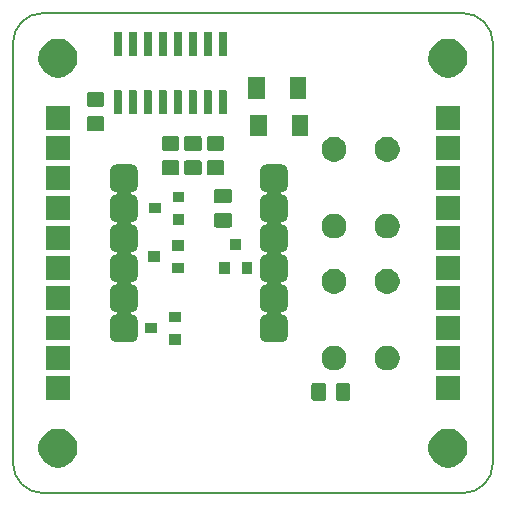
<source format=gbr>
G04 #@! TF.GenerationSoftware,KiCad,Pcbnew,(5.1.4)-1*
G04 #@! TF.CreationDate,2020-01-25T22:58:36+03:00*
G04 #@! TF.ProjectId,LED,4c45442e-6b69-4636-9164-5f7063625858,rev?*
G04 #@! TF.SameCoordinates,Original*
G04 #@! TF.FileFunction,Soldermask,Bot*
G04 #@! TF.FilePolarity,Negative*
%FSLAX46Y46*%
G04 Gerber Fmt 4.6, Leading zero omitted, Abs format (unit mm)*
G04 Created by KiCad (PCBNEW (5.1.4)-1) date 2020-01-25 22:58:36*
%MOMM*%
%LPD*%
G04 APERTURE LIST*
%ADD10C,0.150000*%
G04 APERTURE END LIST*
D10*
X127000000Y-50800000D02*
G75*
G02X129540000Y-53340000I0J-2540000D01*
G01*
X129540000Y-88900000D02*
G75*
G02X127000000Y-91440000I-2540000J0D01*
G01*
X91440000Y-91440000D02*
G75*
G02X88900000Y-88900000I0J2540000D01*
G01*
X88900000Y-53340000D02*
G75*
G02X91440000Y-50800000I2540000J0D01*
G01*
X88900000Y-88900000D02*
X88900000Y-53340000D01*
X127000000Y-91440000D02*
X91440000Y-91440000D01*
X129540000Y-53340000D02*
X129540000Y-88900000D01*
X91440000Y-50800000D02*
X127000000Y-50800000D01*
G36*
X126105256Y-86021298D02*
G01*
X126211579Y-86042447D01*
X126512042Y-86166903D01*
X126782451Y-86347585D01*
X127012415Y-86577549D01*
X127193097Y-86847958D01*
X127317553Y-87148421D01*
X127381000Y-87467391D01*
X127381000Y-87792609D01*
X127317553Y-88111579D01*
X127193097Y-88412042D01*
X127012415Y-88682451D01*
X126782451Y-88912415D01*
X126512042Y-89093097D01*
X126211579Y-89217553D01*
X126105256Y-89238702D01*
X125892611Y-89281000D01*
X125567389Y-89281000D01*
X125354744Y-89238702D01*
X125248421Y-89217553D01*
X124947958Y-89093097D01*
X124677549Y-88912415D01*
X124447585Y-88682451D01*
X124266903Y-88412042D01*
X124142447Y-88111579D01*
X124079000Y-87792609D01*
X124079000Y-87467391D01*
X124142447Y-87148421D01*
X124266903Y-86847958D01*
X124447585Y-86577549D01*
X124677549Y-86347585D01*
X124947958Y-86166903D01*
X125248421Y-86042447D01*
X125354744Y-86021298D01*
X125567389Y-85979000D01*
X125892611Y-85979000D01*
X126105256Y-86021298D01*
X126105256Y-86021298D01*
G37*
G36*
X93085256Y-86021298D02*
G01*
X93191579Y-86042447D01*
X93492042Y-86166903D01*
X93762451Y-86347585D01*
X93992415Y-86577549D01*
X94173097Y-86847958D01*
X94297553Y-87148421D01*
X94361000Y-87467391D01*
X94361000Y-87792609D01*
X94297553Y-88111579D01*
X94173097Y-88412042D01*
X93992415Y-88682451D01*
X93762451Y-88912415D01*
X93492042Y-89093097D01*
X93191579Y-89217553D01*
X93085256Y-89238702D01*
X92872611Y-89281000D01*
X92547389Y-89281000D01*
X92334744Y-89238702D01*
X92228421Y-89217553D01*
X91927958Y-89093097D01*
X91657549Y-88912415D01*
X91427585Y-88682451D01*
X91246903Y-88412042D01*
X91122447Y-88111579D01*
X91059000Y-87792609D01*
X91059000Y-87467391D01*
X91122447Y-87148421D01*
X91246903Y-86847958D01*
X91427585Y-86577549D01*
X91657549Y-86347585D01*
X91927958Y-86166903D01*
X92228421Y-86042447D01*
X92334744Y-86021298D01*
X92547389Y-85979000D01*
X92872611Y-85979000D01*
X93085256Y-86021298D01*
X93085256Y-86021298D01*
G37*
G36*
X115253674Y-82120965D02*
G01*
X115291367Y-82132399D01*
X115326103Y-82150966D01*
X115356548Y-82175952D01*
X115381534Y-82206397D01*
X115400101Y-82241133D01*
X115411535Y-82278826D01*
X115416000Y-82324161D01*
X115416000Y-83410839D01*
X115411535Y-83456174D01*
X115400101Y-83493867D01*
X115381534Y-83528603D01*
X115356548Y-83559048D01*
X115326103Y-83584034D01*
X115291367Y-83602601D01*
X115253674Y-83614035D01*
X115208339Y-83618500D01*
X114371661Y-83618500D01*
X114326326Y-83614035D01*
X114288633Y-83602601D01*
X114253897Y-83584034D01*
X114223452Y-83559048D01*
X114198466Y-83528603D01*
X114179899Y-83493867D01*
X114168465Y-83456174D01*
X114164000Y-83410839D01*
X114164000Y-82324161D01*
X114168465Y-82278826D01*
X114179899Y-82241133D01*
X114198466Y-82206397D01*
X114223452Y-82175952D01*
X114253897Y-82150966D01*
X114288633Y-82132399D01*
X114326326Y-82120965D01*
X114371661Y-82116500D01*
X115208339Y-82116500D01*
X115253674Y-82120965D01*
X115253674Y-82120965D01*
G37*
G36*
X117303674Y-82120965D02*
G01*
X117341367Y-82132399D01*
X117376103Y-82150966D01*
X117406548Y-82175952D01*
X117431534Y-82206397D01*
X117450101Y-82241133D01*
X117461535Y-82278826D01*
X117466000Y-82324161D01*
X117466000Y-83410839D01*
X117461535Y-83456174D01*
X117450101Y-83493867D01*
X117431534Y-83528603D01*
X117406548Y-83559048D01*
X117376103Y-83584034D01*
X117341367Y-83602601D01*
X117303674Y-83614035D01*
X117258339Y-83618500D01*
X116421661Y-83618500D01*
X116376326Y-83614035D01*
X116338633Y-83602601D01*
X116303897Y-83584034D01*
X116273452Y-83559048D01*
X116248466Y-83528603D01*
X116229899Y-83493867D01*
X116218465Y-83456174D01*
X116214000Y-83410839D01*
X116214000Y-82324161D01*
X116218465Y-82278826D01*
X116229899Y-82241133D01*
X116248466Y-82206397D01*
X116273452Y-82175952D01*
X116303897Y-82150966D01*
X116338633Y-82132399D01*
X116376326Y-82120965D01*
X116421661Y-82116500D01*
X117258339Y-82116500D01*
X117303674Y-82120965D01*
X117303674Y-82120965D01*
G37*
G36*
X93761000Y-83601000D02*
G01*
X91659000Y-83601000D01*
X91659000Y-81499000D01*
X93761000Y-81499000D01*
X93761000Y-83601000D01*
X93761000Y-83601000D01*
G37*
G36*
X126781000Y-83601000D02*
G01*
X124679000Y-83601000D01*
X124679000Y-81499000D01*
X126781000Y-81499000D01*
X126781000Y-83601000D01*
X126781000Y-83601000D01*
G37*
G36*
X93761000Y-81061000D02*
G01*
X91659000Y-81061000D01*
X91659000Y-78959000D01*
X93761000Y-78959000D01*
X93761000Y-81061000D01*
X93761000Y-81061000D01*
G37*
G36*
X116384564Y-78999389D02*
G01*
X116575833Y-79078615D01*
X116575835Y-79078616D01*
X116747973Y-79193635D01*
X116894365Y-79340027D01*
X117009385Y-79512167D01*
X117088611Y-79703436D01*
X117129000Y-79906484D01*
X117129000Y-80113516D01*
X117088611Y-80316564D01*
X117009385Y-80507833D01*
X117009384Y-80507835D01*
X116894365Y-80679973D01*
X116747973Y-80826365D01*
X116575835Y-80941384D01*
X116575834Y-80941385D01*
X116575833Y-80941385D01*
X116384564Y-81020611D01*
X116181516Y-81061000D01*
X115974484Y-81061000D01*
X115771436Y-81020611D01*
X115580167Y-80941385D01*
X115580166Y-80941385D01*
X115580165Y-80941384D01*
X115408027Y-80826365D01*
X115261635Y-80679973D01*
X115146616Y-80507835D01*
X115146615Y-80507833D01*
X115067389Y-80316564D01*
X115027000Y-80113516D01*
X115027000Y-79906484D01*
X115067389Y-79703436D01*
X115146615Y-79512167D01*
X115261635Y-79340027D01*
X115408027Y-79193635D01*
X115580165Y-79078616D01*
X115580167Y-79078615D01*
X115771436Y-78999389D01*
X115974484Y-78959000D01*
X116181516Y-78959000D01*
X116384564Y-78999389D01*
X116384564Y-78999389D01*
G37*
G36*
X120884564Y-78999389D02*
G01*
X121075833Y-79078615D01*
X121075835Y-79078616D01*
X121247973Y-79193635D01*
X121394365Y-79340027D01*
X121509385Y-79512167D01*
X121588611Y-79703436D01*
X121629000Y-79906484D01*
X121629000Y-80113516D01*
X121588611Y-80316564D01*
X121509385Y-80507833D01*
X121509384Y-80507835D01*
X121394365Y-80679973D01*
X121247973Y-80826365D01*
X121075835Y-80941384D01*
X121075834Y-80941385D01*
X121075833Y-80941385D01*
X120884564Y-81020611D01*
X120681516Y-81061000D01*
X120474484Y-81061000D01*
X120271436Y-81020611D01*
X120080167Y-80941385D01*
X120080166Y-80941385D01*
X120080165Y-80941384D01*
X119908027Y-80826365D01*
X119761635Y-80679973D01*
X119646616Y-80507835D01*
X119646615Y-80507833D01*
X119567389Y-80316564D01*
X119527000Y-80113516D01*
X119527000Y-79906484D01*
X119567389Y-79703436D01*
X119646615Y-79512167D01*
X119761635Y-79340027D01*
X119908027Y-79193635D01*
X120080165Y-79078616D01*
X120080167Y-79078615D01*
X120271436Y-78999389D01*
X120474484Y-78959000D01*
X120681516Y-78959000D01*
X120884564Y-78999389D01*
X120884564Y-78999389D01*
G37*
G36*
X126781000Y-81061000D02*
G01*
X124679000Y-81061000D01*
X124679000Y-78959000D01*
X126781000Y-78959000D01*
X126781000Y-81061000D01*
X126781000Y-81061000D01*
G37*
G36*
X103101000Y-78871000D02*
G01*
X102099000Y-78871000D01*
X102099000Y-77969000D01*
X103101000Y-77969000D01*
X103101000Y-78871000D01*
X103101000Y-78871000D01*
G37*
G36*
X99035961Y-63629450D02*
G01*
X99132088Y-63658610D01*
X99220670Y-63705958D01*
X99298318Y-63769682D01*
X99362042Y-63847330D01*
X99409390Y-63935912D01*
X99438550Y-64032039D01*
X99449000Y-64138140D01*
X99449000Y-65401860D01*
X99438550Y-65507961D01*
X99409390Y-65604088D01*
X99362042Y-65692670D01*
X99298318Y-65770318D01*
X99220670Y-65834042D01*
X99132088Y-65881390D01*
X99035961Y-65910550D01*
X98984657Y-65915603D01*
X98960624Y-65920383D01*
X98937985Y-65929761D01*
X98917610Y-65943375D01*
X98900283Y-65960702D01*
X98886670Y-65981076D01*
X98877292Y-66003715D01*
X98872512Y-66027748D01*
X98872512Y-66052252D01*
X98877292Y-66076285D01*
X98886670Y-66098924D01*
X98900284Y-66119299D01*
X98917611Y-66136626D01*
X98937985Y-66150239D01*
X98960624Y-66159617D01*
X98984657Y-66164397D01*
X99035961Y-66169450D01*
X99132088Y-66198610D01*
X99220670Y-66245958D01*
X99298318Y-66309682D01*
X99362042Y-66387330D01*
X99409390Y-66475912D01*
X99438550Y-66572039D01*
X99449000Y-66678140D01*
X99449000Y-67941860D01*
X99438550Y-68047961D01*
X99409390Y-68144088D01*
X99362042Y-68232670D01*
X99298318Y-68310318D01*
X99220670Y-68374042D01*
X99132088Y-68421390D01*
X99035961Y-68450550D01*
X98984657Y-68455603D01*
X98960624Y-68460383D01*
X98937985Y-68469761D01*
X98917610Y-68483375D01*
X98900283Y-68500702D01*
X98886670Y-68521076D01*
X98877292Y-68543715D01*
X98872512Y-68567748D01*
X98872512Y-68592252D01*
X98877292Y-68616285D01*
X98886670Y-68638924D01*
X98900284Y-68659299D01*
X98917611Y-68676626D01*
X98937985Y-68690239D01*
X98960624Y-68699617D01*
X98984657Y-68704397D01*
X99035961Y-68709450D01*
X99132088Y-68738610D01*
X99220670Y-68785958D01*
X99298318Y-68849682D01*
X99362042Y-68927330D01*
X99409390Y-69015912D01*
X99438550Y-69112039D01*
X99449000Y-69218140D01*
X99449000Y-70481860D01*
X99438550Y-70587961D01*
X99409390Y-70684088D01*
X99362042Y-70772670D01*
X99298318Y-70850318D01*
X99220670Y-70914042D01*
X99132088Y-70961390D01*
X99035961Y-70990550D01*
X98984657Y-70995603D01*
X98960624Y-71000383D01*
X98937985Y-71009761D01*
X98917610Y-71023375D01*
X98900283Y-71040702D01*
X98886670Y-71061076D01*
X98877292Y-71083715D01*
X98872512Y-71107748D01*
X98872512Y-71132252D01*
X98877292Y-71156285D01*
X98886670Y-71178924D01*
X98900284Y-71199299D01*
X98917611Y-71216626D01*
X98937985Y-71230239D01*
X98960624Y-71239617D01*
X98984657Y-71244397D01*
X99035961Y-71249450D01*
X99132088Y-71278610D01*
X99220670Y-71325958D01*
X99298318Y-71389682D01*
X99362042Y-71467330D01*
X99409390Y-71555912D01*
X99438550Y-71652039D01*
X99449000Y-71758140D01*
X99449000Y-73021860D01*
X99438550Y-73127961D01*
X99409390Y-73224088D01*
X99362042Y-73312670D01*
X99298318Y-73390318D01*
X99220670Y-73454042D01*
X99132088Y-73501390D01*
X99035961Y-73530550D01*
X98984657Y-73535603D01*
X98960624Y-73540383D01*
X98937985Y-73549761D01*
X98917610Y-73563375D01*
X98900283Y-73580702D01*
X98886670Y-73601076D01*
X98877292Y-73623715D01*
X98872512Y-73647748D01*
X98872512Y-73672252D01*
X98877292Y-73696285D01*
X98886670Y-73718924D01*
X98900284Y-73739299D01*
X98917611Y-73756626D01*
X98937985Y-73770239D01*
X98960624Y-73779617D01*
X98984657Y-73784397D01*
X99035961Y-73789450D01*
X99132088Y-73818610D01*
X99220670Y-73865958D01*
X99298318Y-73929682D01*
X99362042Y-74007330D01*
X99409390Y-74095912D01*
X99438550Y-74192039D01*
X99449000Y-74298140D01*
X99449000Y-75561860D01*
X99438550Y-75667961D01*
X99409390Y-75764088D01*
X99362042Y-75852670D01*
X99298318Y-75930318D01*
X99220670Y-75994042D01*
X99132088Y-76041390D01*
X99035961Y-76070550D01*
X98984657Y-76075603D01*
X98960624Y-76080383D01*
X98937985Y-76089761D01*
X98917610Y-76103375D01*
X98900283Y-76120702D01*
X98886670Y-76141076D01*
X98877292Y-76163715D01*
X98872512Y-76187748D01*
X98872512Y-76212252D01*
X98877292Y-76236285D01*
X98886670Y-76258924D01*
X98900284Y-76279299D01*
X98917611Y-76296626D01*
X98937985Y-76310239D01*
X98960624Y-76319617D01*
X98984657Y-76324397D01*
X99035961Y-76329450D01*
X99132088Y-76358610D01*
X99220670Y-76405958D01*
X99298318Y-76469682D01*
X99362042Y-76547330D01*
X99409390Y-76635912D01*
X99438550Y-76732039D01*
X99449000Y-76838140D01*
X99449000Y-78101860D01*
X99438550Y-78207961D01*
X99409390Y-78304088D01*
X99362042Y-78392670D01*
X99298318Y-78470318D01*
X99220670Y-78534042D01*
X99132088Y-78581390D01*
X99035961Y-78610550D01*
X98929860Y-78621000D01*
X97666140Y-78621000D01*
X97560039Y-78610550D01*
X97463912Y-78581390D01*
X97375330Y-78534042D01*
X97297682Y-78470318D01*
X97233958Y-78392670D01*
X97186610Y-78304088D01*
X97157450Y-78207961D01*
X97147000Y-78101860D01*
X97147000Y-76838140D01*
X97157450Y-76732039D01*
X97186610Y-76635912D01*
X97233958Y-76547330D01*
X97297682Y-76469682D01*
X97375330Y-76405958D01*
X97463912Y-76358610D01*
X97560039Y-76329450D01*
X97611343Y-76324397D01*
X97635376Y-76319617D01*
X97658015Y-76310239D01*
X97678390Y-76296625D01*
X97695717Y-76279298D01*
X97709330Y-76258924D01*
X97718708Y-76236285D01*
X97723488Y-76212252D01*
X97723488Y-76187748D01*
X97718708Y-76163715D01*
X97709330Y-76141076D01*
X97695716Y-76120701D01*
X97678389Y-76103374D01*
X97658015Y-76089761D01*
X97635376Y-76080383D01*
X97611343Y-76075603D01*
X97560039Y-76070550D01*
X97463912Y-76041390D01*
X97375330Y-75994042D01*
X97297682Y-75930318D01*
X97233958Y-75852670D01*
X97186610Y-75764088D01*
X97157450Y-75667961D01*
X97147000Y-75561860D01*
X97147000Y-74298140D01*
X97157450Y-74192039D01*
X97186610Y-74095912D01*
X97233958Y-74007330D01*
X97297682Y-73929682D01*
X97375330Y-73865958D01*
X97463912Y-73818610D01*
X97560039Y-73789450D01*
X97611343Y-73784397D01*
X97635376Y-73779617D01*
X97658015Y-73770239D01*
X97678390Y-73756625D01*
X97695717Y-73739298D01*
X97709330Y-73718924D01*
X97718708Y-73696285D01*
X97723488Y-73672252D01*
X97723488Y-73647748D01*
X97718708Y-73623715D01*
X97709330Y-73601076D01*
X97695716Y-73580701D01*
X97678389Y-73563374D01*
X97658015Y-73549761D01*
X97635376Y-73540383D01*
X97611343Y-73535603D01*
X97560039Y-73530550D01*
X97463912Y-73501390D01*
X97375330Y-73454042D01*
X97297682Y-73390318D01*
X97233958Y-73312670D01*
X97186610Y-73224088D01*
X97157450Y-73127961D01*
X97147000Y-73021860D01*
X97147000Y-71758140D01*
X97157450Y-71652039D01*
X97186610Y-71555912D01*
X97233958Y-71467330D01*
X97297682Y-71389682D01*
X97375330Y-71325958D01*
X97463912Y-71278610D01*
X97560039Y-71249450D01*
X97611343Y-71244397D01*
X97635376Y-71239617D01*
X97658015Y-71230239D01*
X97678390Y-71216625D01*
X97695717Y-71199298D01*
X97709330Y-71178924D01*
X97718708Y-71156285D01*
X97723488Y-71132252D01*
X97723488Y-71107748D01*
X97718708Y-71083715D01*
X97709330Y-71061076D01*
X97695716Y-71040701D01*
X97678389Y-71023374D01*
X97658015Y-71009761D01*
X97635376Y-71000383D01*
X97611343Y-70995603D01*
X97560039Y-70990550D01*
X97463912Y-70961390D01*
X97375330Y-70914042D01*
X97297682Y-70850318D01*
X97233958Y-70772670D01*
X97186610Y-70684088D01*
X97157450Y-70587961D01*
X97147000Y-70481860D01*
X97147000Y-69218140D01*
X97157450Y-69112039D01*
X97186610Y-69015912D01*
X97233958Y-68927330D01*
X97297682Y-68849682D01*
X97375330Y-68785958D01*
X97463912Y-68738610D01*
X97560039Y-68709450D01*
X97611343Y-68704397D01*
X97635376Y-68699617D01*
X97658015Y-68690239D01*
X97678390Y-68676625D01*
X97695717Y-68659298D01*
X97709330Y-68638924D01*
X97718708Y-68616285D01*
X97723488Y-68592252D01*
X97723488Y-68567748D01*
X97718708Y-68543715D01*
X97709330Y-68521076D01*
X97695716Y-68500701D01*
X97678389Y-68483374D01*
X97658015Y-68469761D01*
X97635376Y-68460383D01*
X97611343Y-68455603D01*
X97560039Y-68450550D01*
X97463912Y-68421390D01*
X97375330Y-68374042D01*
X97297682Y-68310318D01*
X97233958Y-68232670D01*
X97186610Y-68144088D01*
X97157450Y-68047961D01*
X97147000Y-67941860D01*
X97147000Y-66678140D01*
X97157450Y-66572039D01*
X97186610Y-66475912D01*
X97233958Y-66387330D01*
X97297682Y-66309682D01*
X97375330Y-66245958D01*
X97463912Y-66198610D01*
X97560039Y-66169450D01*
X97611343Y-66164397D01*
X97635376Y-66159617D01*
X97658015Y-66150239D01*
X97678390Y-66136625D01*
X97695717Y-66119298D01*
X97709330Y-66098924D01*
X97718708Y-66076285D01*
X97723488Y-66052252D01*
X97723488Y-66027748D01*
X97718708Y-66003715D01*
X97709330Y-65981076D01*
X97695716Y-65960701D01*
X97678389Y-65943374D01*
X97658015Y-65929761D01*
X97635376Y-65920383D01*
X97611343Y-65915603D01*
X97560039Y-65910550D01*
X97463912Y-65881390D01*
X97375330Y-65834042D01*
X97297682Y-65770318D01*
X97233958Y-65692670D01*
X97186610Y-65604088D01*
X97157450Y-65507961D01*
X97147000Y-65401860D01*
X97147000Y-64138140D01*
X97157450Y-64032039D01*
X97186610Y-63935912D01*
X97233958Y-63847330D01*
X97297682Y-63769682D01*
X97375330Y-63705958D01*
X97463912Y-63658610D01*
X97560039Y-63629450D01*
X97666140Y-63619000D01*
X98929860Y-63619000D01*
X99035961Y-63629450D01*
X99035961Y-63629450D01*
G37*
G36*
X111735961Y-63629450D02*
G01*
X111832088Y-63658610D01*
X111920670Y-63705958D01*
X111998318Y-63769682D01*
X112062042Y-63847330D01*
X112109390Y-63935912D01*
X112138550Y-64032039D01*
X112149000Y-64138140D01*
X112149000Y-65401860D01*
X112138550Y-65507961D01*
X112109390Y-65604088D01*
X112062042Y-65692670D01*
X111998318Y-65770318D01*
X111920670Y-65834042D01*
X111832088Y-65881390D01*
X111735961Y-65910550D01*
X111684657Y-65915603D01*
X111660624Y-65920383D01*
X111637985Y-65929761D01*
X111617610Y-65943375D01*
X111600283Y-65960702D01*
X111586670Y-65981076D01*
X111577292Y-66003715D01*
X111572512Y-66027748D01*
X111572512Y-66052252D01*
X111577292Y-66076285D01*
X111586670Y-66098924D01*
X111600284Y-66119299D01*
X111617611Y-66136626D01*
X111637985Y-66150239D01*
X111660624Y-66159617D01*
X111684657Y-66164397D01*
X111735961Y-66169450D01*
X111832088Y-66198610D01*
X111920670Y-66245958D01*
X111998318Y-66309682D01*
X112062042Y-66387330D01*
X112109390Y-66475912D01*
X112138550Y-66572039D01*
X112149000Y-66678140D01*
X112149000Y-67941860D01*
X112138550Y-68047961D01*
X112109390Y-68144088D01*
X112062042Y-68232670D01*
X111998318Y-68310318D01*
X111920670Y-68374042D01*
X111832088Y-68421390D01*
X111735961Y-68450550D01*
X111684657Y-68455603D01*
X111660624Y-68460383D01*
X111637985Y-68469761D01*
X111617610Y-68483375D01*
X111600283Y-68500702D01*
X111586670Y-68521076D01*
X111577292Y-68543715D01*
X111572512Y-68567748D01*
X111572512Y-68592252D01*
X111577292Y-68616285D01*
X111586670Y-68638924D01*
X111600284Y-68659299D01*
X111617611Y-68676626D01*
X111637985Y-68690239D01*
X111660624Y-68699617D01*
X111684657Y-68704397D01*
X111735961Y-68709450D01*
X111832088Y-68738610D01*
X111920670Y-68785958D01*
X111998318Y-68849682D01*
X112062042Y-68927330D01*
X112109390Y-69015912D01*
X112138550Y-69112039D01*
X112149000Y-69218140D01*
X112149000Y-70481860D01*
X112138550Y-70587961D01*
X112109390Y-70684088D01*
X112062042Y-70772670D01*
X111998318Y-70850318D01*
X111920670Y-70914042D01*
X111832088Y-70961390D01*
X111735961Y-70990550D01*
X111684657Y-70995603D01*
X111660624Y-71000383D01*
X111637985Y-71009761D01*
X111617610Y-71023375D01*
X111600283Y-71040702D01*
X111586670Y-71061076D01*
X111577292Y-71083715D01*
X111572512Y-71107748D01*
X111572512Y-71132252D01*
X111577292Y-71156285D01*
X111586670Y-71178924D01*
X111600284Y-71199299D01*
X111617611Y-71216626D01*
X111637985Y-71230239D01*
X111660624Y-71239617D01*
X111684657Y-71244397D01*
X111735961Y-71249450D01*
X111832088Y-71278610D01*
X111920670Y-71325958D01*
X111998318Y-71389682D01*
X112062042Y-71467330D01*
X112109390Y-71555912D01*
X112138550Y-71652039D01*
X112149000Y-71758140D01*
X112149000Y-73021860D01*
X112138550Y-73127961D01*
X112109390Y-73224088D01*
X112062042Y-73312670D01*
X111998318Y-73390318D01*
X111920670Y-73454042D01*
X111832088Y-73501390D01*
X111735961Y-73530550D01*
X111684657Y-73535603D01*
X111660624Y-73540383D01*
X111637985Y-73549761D01*
X111617610Y-73563375D01*
X111600283Y-73580702D01*
X111586670Y-73601076D01*
X111577292Y-73623715D01*
X111572512Y-73647748D01*
X111572512Y-73672252D01*
X111577292Y-73696285D01*
X111586670Y-73718924D01*
X111600284Y-73739299D01*
X111617611Y-73756626D01*
X111637985Y-73770239D01*
X111660624Y-73779617D01*
X111684657Y-73784397D01*
X111735961Y-73789450D01*
X111832088Y-73818610D01*
X111920670Y-73865958D01*
X111998318Y-73929682D01*
X112062042Y-74007330D01*
X112109390Y-74095912D01*
X112138550Y-74192039D01*
X112149000Y-74298140D01*
X112149000Y-75561860D01*
X112138550Y-75667961D01*
X112109390Y-75764088D01*
X112062042Y-75852670D01*
X111998318Y-75930318D01*
X111920670Y-75994042D01*
X111832088Y-76041390D01*
X111735961Y-76070550D01*
X111684657Y-76075603D01*
X111660624Y-76080383D01*
X111637985Y-76089761D01*
X111617610Y-76103375D01*
X111600283Y-76120702D01*
X111586670Y-76141076D01*
X111577292Y-76163715D01*
X111572512Y-76187748D01*
X111572512Y-76212252D01*
X111577292Y-76236285D01*
X111586670Y-76258924D01*
X111600284Y-76279299D01*
X111617611Y-76296626D01*
X111637985Y-76310239D01*
X111660624Y-76319617D01*
X111684657Y-76324397D01*
X111735961Y-76329450D01*
X111832088Y-76358610D01*
X111920670Y-76405958D01*
X111998318Y-76469682D01*
X112062042Y-76547330D01*
X112109390Y-76635912D01*
X112138550Y-76732039D01*
X112149000Y-76838140D01*
X112149000Y-78101860D01*
X112138550Y-78207961D01*
X112109390Y-78304088D01*
X112062042Y-78392670D01*
X111998318Y-78470318D01*
X111920670Y-78534042D01*
X111832088Y-78581390D01*
X111735961Y-78610550D01*
X111629860Y-78621000D01*
X110366140Y-78621000D01*
X110260039Y-78610550D01*
X110163912Y-78581390D01*
X110075330Y-78534042D01*
X109997682Y-78470318D01*
X109933958Y-78392670D01*
X109886610Y-78304088D01*
X109857450Y-78207961D01*
X109847000Y-78101860D01*
X109847000Y-76838140D01*
X109857450Y-76732039D01*
X109886610Y-76635912D01*
X109933958Y-76547330D01*
X109997682Y-76469682D01*
X110075330Y-76405958D01*
X110163912Y-76358610D01*
X110260039Y-76329450D01*
X110311343Y-76324397D01*
X110335376Y-76319617D01*
X110358015Y-76310239D01*
X110378390Y-76296625D01*
X110395717Y-76279298D01*
X110409330Y-76258924D01*
X110418708Y-76236285D01*
X110423488Y-76212252D01*
X110423488Y-76187748D01*
X110418708Y-76163715D01*
X110409330Y-76141076D01*
X110395716Y-76120701D01*
X110378389Y-76103374D01*
X110358015Y-76089761D01*
X110335376Y-76080383D01*
X110311343Y-76075603D01*
X110260039Y-76070550D01*
X110163912Y-76041390D01*
X110075330Y-75994042D01*
X109997682Y-75930318D01*
X109933958Y-75852670D01*
X109886610Y-75764088D01*
X109857450Y-75667961D01*
X109847000Y-75561860D01*
X109847000Y-74298140D01*
X109857450Y-74192039D01*
X109886610Y-74095912D01*
X109933958Y-74007330D01*
X109997682Y-73929682D01*
X110075330Y-73865958D01*
X110163912Y-73818610D01*
X110260039Y-73789450D01*
X110311343Y-73784397D01*
X110335376Y-73779617D01*
X110358015Y-73770239D01*
X110378390Y-73756625D01*
X110395717Y-73739298D01*
X110409330Y-73718924D01*
X110418708Y-73696285D01*
X110423488Y-73672252D01*
X110423488Y-73647748D01*
X110418708Y-73623715D01*
X110409330Y-73601076D01*
X110395716Y-73580701D01*
X110378389Y-73563374D01*
X110358015Y-73549761D01*
X110335376Y-73540383D01*
X110311343Y-73535603D01*
X110260039Y-73530550D01*
X110163912Y-73501390D01*
X110075330Y-73454042D01*
X109997682Y-73390318D01*
X109933958Y-73312670D01*
X109886610Y-73224088D01*
X109857450Y-73127961D01*
X109847000Y-73021860D01*
X109847000Y-71758140D01*
X109857450Y-71652039D01*
X109886610Y-71555912D01*
X109933958Y-71467330D01*
X109997682Y-71389682D01*
X110075330Y-71325958D01*
X110163912Y-71278610D01*
X110260039Y-71249450D01*
X110311343Y-71244397D01*
X110335376Y-71239617D01*
X110358015Y-71230239D01*
X110378390Y-71216625D01*
X110395717Y-71199298D01*
X110409330Y-71178924D01*
X110418708Y-71156285D01*
X110423488Y-71132252D01*
X110423488Y-71107748D01*
X110418708Y-71083715D01*
X110409330Y-71061076D01*
X110395716Y-71040701D01*
X110378389Y-71023374D01*
X110358015Y-71009761D01*
X110335376Y-71000383D01*
X110311343Y-70995603D01*
X110260039Y-70990550D01*
X110163912Y-70961390D01*
X110075330Y-70914042D01*
X109997682Y-70850318D01*
X109933958Y-70772670D01*
X109886610Y-70684088D01*
X109857450Y-70587961D01*
X109847000Y-70481860D01*
X109847000Y-69218140D01*
X109857450Y-69112039D01*
X109886610Y-69015912D01*
X109933958Y-68927330D01*
X109997682Y-68849682D01*
X110075330Y-68785958D01*
X110163912Y-68738610D01*
X110260039Y-68709450D01*
X110311343Y-68704397D01*
X110335376Y-68699617D01*
X110358015Y-68690239D01*
X110378390Y-68676625D01*
X110395717Y-68659298D01*
X110409330Y-68638924D01*
X110418708Y-68616285D01*
X110423488Y-68592252D01*
X110423488Y-68567748D01*
X110418708Y-68543715D01*
X110409330Y-68521076D01*
X110395716Y-68500701D01*
X110378389Y-68483374D01*
X110358015Y-68469761D01*
X110335376Y-68460383D01*
X110311343Y-68455603D01*
X110260039Y-68450550D01*
X110163912Y-68421390D01*
X110075330Y-68374042D01*
X109997682Y-68310318D01*
X109933958Y-68232670D01*
X109886610Y-68144088D01*
X109857450Y-68047961D01*
X109847000Y-67941860D01*
X109847000Y-66678140D01*
X109857450Y-66572039D01*
X109886610Y-66475912D01*
X109933958Y-66387330D01*
X109997682Y-66309682D01*
X110075330Y-66245958D01*
X110163912Y-66198610D01*
X110260039Y-66169450D01*
X110311343Y-66164397D01*
X110335376Y-66159617D01*
X110358015Y-66150239D01*
X110378390Y-66136625D01*
X110395717Y-66119298D01*
X110409330Y-66098924D01*
X110418708Y-66076285D01*
X110423488Y-66052252D01*
X110423488Y-66027748D01*
X110418708Y-66003715D01*
X110409330Y-65981076D01*
X110395716Y-65960701D01*
X110378389Y-65943374D01*
X110358015Y-65929761D01*
X110335376Y-65920383D01*
X110311343Y-65915603D01*
X110260039Y-65910550D01*
X110163912Y-65881390D01*
X110075330Y-65834042D01*
X109997682Y-65770318D01*
X109933958Y-65692670D01*
X109886610Y-65604088D01*
X109857450Y-65507961D01*
X109847000Y-65401860D01*
X109847000Y-64138140D01*
X109857450Y-64032039D01*
X109886610Y-63935912D01*
X109933958Y-63847330D01*
X109997682Y-63769682D01*
X110075330Y-63705958D01*
X110163912Y-63658610D01*
X110260039Y-63629450D01*
X110366140Y-63619000D01*
X111629860Y-63619000D01*
X111735961Y-63629450D01*
X111735961Y-63629450D01*
G37*
G36*
X126781000Y-78521000D02*
G01*
X124679000Y-78521000D01*
X124679000Y-76419000D01*
X126781000Y-76419000D01*
X126781000Y-78521000D01*
X126781000Y-78521000D01*
G37*
G36*
X93761000Y-78521000D02*
G01*
X91659000Y-78521000D01*
X91659000Y-76419000D01*
X93761000Y-76419000D01*
X93761000Y-78521000D01*
X93761000Y-78521000D01*
G37*
G36*
X101101000Y-77921000D02*
G01*
X100099000Y-77921000D01*
X100099000Y-77019000D01*
X101101000Y-77019000D01*
X101101000Y-77921000D01*
X101101000Y-77921000D01*
G37*
G36*
X103101000Y-76971000D02*
G01*
X102099000Y-76971000D01*
X102099000Y-76069000D01*
X103101000Y-76069000D01*
X103101000Y-76971000D01*
X103101000Y-76971000D01*
G37*
G36*
X93761000Y-75981000D02*
G01*
X91659000Y-75981000D01*
X91659000Y-73879000D01*
X93761000Y-73879000D01*
X93761000Y-75981000D01*
X93761000Y-75981000D01*
G37*
G36*
X126781000Y-75981000D02*
G01*
X124679000Y-75981000D01*
X124679000Y-73879000D01*
X126781000Y-73879000D01*
X126781000Y-75981000D01*
X126781000Y-75981000D01*
G37*
G36*
X116384564Y-72499389D02*
G01*
X116575833Y-72578615D01*
X116575835Y-72578616D01*
X116747973Y-72693635D01*
X116894365Y-72840027D01*
X117009385Y-73012167D01*
X117088611Y-73203436D01*
X117129000Y-73406484D01*
X117129000Y-73613516D01*
X117088611Y-73816564D01*
X117068151Y-73865958D01*
X117009384Y-74007835D01*
X116894365Y-74179973D01*
X116747973Y-74326365D01*
X116575835Y-74441384D01*
X116575834Y-74441385D01*
X116575833Y-74441385D01*
X116384564Y-74520611D01*
X116181516Y-74561000D01*
X115974484Y-74561000D01*
X115771436Y-74520611D01*
X115580167Y-74441385D01*
X115580166Y-74441385D01*
X115580165Y-74441384D01*
X115408027Y-74326365D01*
X115261635Y-74179973D01*
X115146616Y-74007835D01*
X115087849Y-73865958D01*
X115067389Y-73816564D01*
X115027000Y-73613516D01*
X115027000Y-73406484D01*
X115067389Y-73203436D01*
X115146615Y-73012167D01*
X115261635Y-72840027D01*
X115408027Y-72693635D01*
X115580165Y-72578616D01*
X115580167Y-72578615D01*
X115771436Y-72499389D01*
X115974484Y-72459000D01*
X116181516Y-72459000D01*
X116384564Y-72499389D01*
X116384564Y-72499389D01*
G37*
G36*
X120884564Y-72499389D02*
G01*
X121075833Y-72578615D01*
X121075835Y-72578616D01*
X121247973Y-72693635D01*
X121394365Y-72840027D01*
X121509385Y-73012167D01*
X121588611Y-73203436D01*
X121629000Y-73406484D01*
X121629000Y-73613516D01*
X121588611Y-73816564D01*
X121568151Y-73865958D01*
X121509384Y-74007835D01*
X121394365Y-74179973D01*
X121247973Y-74326365D01*
X121075835Y-74441384D01*
X121075834Y-74441385D01*
X121075833Y-74441385D01*
X120884564Y-74520611D01*
X120681516Y-74561000D01*
X120474484Y-74561000D01*
X120271436Y-74520611D01*
X120080167Y-74441385D01*
X120080166Y-74441385D01*
X120080165Y-74441384D01*
X119908027Y-74326365D01*
X119761635Y-74179973D01*
X119646616Y-74007835D01*
X119587849Y-73865958D01*
X119567389Y-73816564D01*
X119527000Y-73613516D01*
X119527000Y-73406484D01*
X119567389Y-73203436D01*
X119646615Y-73012167D01*
X119761635Y-72840027D01*
X119908027Y-72693635D01*
X120080165Y-72578616D01*
X120080167Y-72578615D01*
X120271436Y-72499389D01*
X120474484Y-72459000D01*
X120681516Y-72459000D01*
X120884564Y-72499389D01*
X120884564Y-72499389D01*
G37*
G36*
X126781000Y-73441000D02*
G01*
X124679000Y-73441000D01*
X124679000Y-71339000D01*
X126781000Y-71339000D01*
X126781000Y-73441000D01*
X126781000Y-73441000D01*
G37*
G36*
X93761000Y-73441000D02*
G01*
X91659000Y-73441000D01*
X91659000Y-71339000D01*
X93761000Y-71339000D01*
X93761000Y-73441000D01*
X93761000Y-73441000D01*
G37*
G36*
X109163000Y-72891000D02*
G01*
X108261000Y-72891000D01*
X108261000Y-71889000D01*
X109163000Y-71889000D01*
X109163000Y-72891000D01*
X109163000Y-72891000D01*
G37*
G36*
X107263000Y-72891000D02*
G01*
X106361000Y-72891000D01*
X106361000Y-71889000D01*
X107263000Y-71889000D01*
X107263000Y-72891000D01*
X107263000Y-72891000D01*
G37*
G36*
X103355000Y-72838500D02*
G01*
X102353000Y-72838500D01*
X102353000Y-71936500D01*
X103355000Y-71936500D01*
X103355000Y-72838500D01*
X103355000Y-72838500D01*
G37*
G36*
X101355000Y-71888500D02*
G01*
X100353000Y-71888500D01*
X100353000Y-70986500D01*
X101355000Y-70986500D01*
X101355000Y-71888500D01*
X101355000Y-71888500D01*
G37*
G36*
X103355000Y-70938500D02*
G01*
X102353000Y-70938500D01*
X102353000Y-70036500D01*
X103355000Y-70036500D01*
X103355000Y-70938500D01*
X103355000Y-70938500D01*
G37*
G36*
X93761000Y-70901000D02*
G01*
X91659000Y-70901000D01*
X91659000Y-68799000D01*
X93761000Y-68799000D01*
X93761000Y-70901000D01*
X93761000Y-70901000D01*
G37*
G36*
X126781000Y-70901000D02*
G01*
X124679000Y-70901000D01*
X124679000Y-68799000D01*
X126781000Y-68799000D01*
X126781000Y-70901000D01*
X126781000Y-70901000D01*
G37*
G36*
X108213000Y-70891000D02*
G01*
X107311000Y-70891000D01*
X107311000Y-69889000D01*
X108213000Y-69889000D01*
X108213000Y-70891000D01*
X108213000Y-70891000D01*
G37*
G36*
X116384564Y-67823389D02*
G01*
X116575833Y-67902615D01*
X116575835Y-67902616D01*
X116747973Y-68017635D01*
X116894365Y-68164027D01*
X116992114Y-68310318D01*
X117009385Y-68336167D01*
X117088611Y-68527436D01*
X117129000Y-68730484D01*
X117129000Y-68937516D01*
X117088611Y-69140564D01*
X117079638Y-69162226D01*
X117009384Y-69331835D01*
X116894365Y-69503973D01*
X116747973Y-69650365D01*
X116575835Y-69765384D01*
X116575834Y-69765385D01*
X116575833Y-69765385D01*
X116384564Y-69844611D01*
X116181516Y-69885000D01*
X115974484Y-69885000D01*
X115771436Y-69844611D01*
X115580167Y-69765385D01*
X115580166Y-69765385D01*
X115580165Y-69765384D01*
X115408027Y-69650365D01*
X115261635Y-69503973D01*
X115146616Y-69331835D01*
X115076362Y-69162226D01*
X115067389Y-69140564D01*
X115027000Y-68937516D01*
X115027000Y-68730484D01*
X115067389Y-68527436D01*
X115146615Y-68336167D01*
X115163887Y-68310318D01*
X115261635Y-68164027D01*
X115408027Y-68017635D01*
X115580165Y-67902616D01*
X115580167Y-67902615D01*
X115771436Y-67823389D01*
X115974484Y-67783000D01*
X116181516Y-67783000D01*
X116384564Y-67823389D01*
X116384564Y-67823389D01*
G37*
G36*
X120884564Y-67823389D02*
G01*
X121075833Y-67902615D01*
X121075835Y-67902616D01*
X121247973Y-68017635D01*
X121394365Y-68164027D01*
X121492114Y-68310318D01*
X121509385Y-68336167D01*
X121588611Y-68527436D01*
X121629000Y-68730484D01*
X121629000Y-68937516D01*
X121588611Y-69140564D01*
X121579638Y-69162226D01*
X121509384Y-69331835D01*
X121394365Y-69503973D01*
X121247973Y-69650365D01*
X121075835Y-69765384D01*
X121075834Y-69765385D01*
X121075833Y-69765385D01*
X120884564Y-69844611D01*
X120681516Y-69885000D01*
X120474484Y-69885000D01*
X120271436Y-69844611D01*
X120080167Y-69765385D01*
X120080166Y-69765385D01*
X120080165Y-69765384D01*
X119908027Y-69650365D01*
X119761635Y-69503973D01*
X119646616Y-69331835D01*
X119576362Y-69162226D01*
X119567389Y-69140564D01*
X119527000Y-68937516D01*
X119527000Y-68730484D01*
X119567389Y-68527436D01*
X119646615Y-68336167D01*
X119663887Y-68310318D01*
X119761635Y-68164027D01*
X119908027Y-68017635D01*
X120080165Y-67902616D01*
X120080167Y-67902615D01*
X120271436Y-67823389D01*
X120474484Y-67783000D01*
X120681516Y-67783000D01*
X120884564Y-67823389D01*
X120884564Y-67823389D01*
G37*
G36*
X107268674Y-67713465D02*
G01*
X107306367Y-67724899D01*
X107341103Y-67743466D01*
X107371548Y-67768452D01*
X107396534Y-67798897D01*
X107415101Y-67833633D01*
X107426535Y-67871326D01*
X107431000Y-67916661D01*
X107431000Y-68753339D01*
X107426535Y-68798674D01*
X107415101Y-68836367D01*
X107396534Y-68871103D01*
X107371548Y-68901548D01*
X107341103Y-68926534D01*
X107306367Y-68945101D01*
X107268674Y-68956535D01*
X107223339Y-68961000D01*
X106136661Y-68961000D01*
X106091326Y-68956535D01*
X106053633Y-68945101D01*
X106018897Y-68926534D01*
X105988452Y-68901548D01*
X105963466Y-68871103D01*
X105944899Y-68836367D01*
X105933465Y-68798674D01*
X105929000Y-68753339D01*
X105929000Y-67916661D01*
X105933465Y-67871326D01*
X105944899Y-67833633D01*
X105963466Y-67798897D01*
X105988452Y-67768452D01*
X106018897Y-67743466D01*
X106053633Y-67724899D01*
X106091326Y-67713465D01*
X106136661Y-67709000D01*
X107223339Y-67709000D01*
X107268674Y-67713465D01*
X107268674Y-67713465D01*
G37*
G36*
X103418500Y-68711000D02*
G01*
X102416500Y-68711000D01*
X102416500Y-67809000D01*
X103418500Y-67809000D01*
X103418500Y-68711000D01*
X103418500Y-68711000D01*
G37*
G36*
X126781000Y-68361000D02*
G01*
X124679000Y-68361000D01*
X124679000Y-66259000D01*
X126781000Y-66259000D01*
X126781000Y-68361000D01*
X126781000Y-68361000D01*
G37*
G36*
X93761000Y-68361000D02*
G01*
X91659000Y-68361000D01*
X91659000Y-66259000D01*
X93761000Y-66259000D01*
X93761000Y-68361000D01*
X93761000Y-68361000D01*
G37*
G36*
X101418500Y-67761000D02*
G01*
X100416500Y-67761000D01*
X100416500Y-66859000D01*
X101418500Y-66859000D01*
X101418500Y-67761000D01*
X101418500Y-67761000D01*
G37*
G36*
X107268674Y-65663465D02*
G01*
X107306367Y-65674899D01*
X107341103Y-65693466D01*
X107371548Y-65718452D01*
X107396534Y-65748897D01*
X107415101Y-65783633D01*
X107426535Y-65821326D01*
X107431000Y-65866661D01*
X107431000Y-66703339D01*
X107426535Y-66748674D01*
X107415101Y-66786367D01*
X107396534Y-66821103D01*
X107371548Y-66851548D01*
X107341103Y-66876534D01*
X107306367Y-66895101D01*
X107268674Y-66906535D01*
X107223339Y-66911000D01*
X106136661Y-66911000D01*
X106091326Y-66906535D01*
X106053633Y-66895101D01*
X106018897Y-66876534D01*
X105988452Y-66851548D01*
X105963466Y-66821103D01*
X105944899Y-66786367D01*
X105933465Y-66748674D01*
X105929000Y-66703339D01*
X105929000Y-65866661D01*
X105933465Y-65821326D01*
X105944899Y-65783633D01*
X105963466Y-65748897D01*
X105988452Y-65718452D01*
X106018897Y-65693466D01*
X106053633Y-65674899D01*
X106091326Y-65663465D01*
X106136661Y-65659000D01*
X107223339Y-65659000D01*
X107268674Y-65663465D01*
X107268674Y-65663465D01*
G37*
G36*
X103418500Y-66811000D02*
G01*
X102416500Y-66811000D01*
X102416500Y-65909000D01*
X103418500Y-65909000D01*
X103418500Y-66811000D01*
X103418500Y-66811000D01*
G37*
G36*
X126781000Y-65821000D02*
G01*
X124679000Y-65821000D01*
X124679000Y-63719000D01*
X126781000Y-63719000D01*
X126781000Y-65821000D01*
X126781000Y-65821000D01*
G37*
G36*
X93761000Y-65821000D02*
G01*
X91659000Y-65821000D01*
X91659000Y-63719000D01*
X93761000Y-63719000D01*
X93761000Y-65821000D01*
X93761000Y-65821000D01*
G37*
G36*
X104728674Y-63268465D02*
G01*
X104766367Y-63279899D01*
X104801103Y-63298466D01*
X104831548Y-63323452D01*
X104856534Y-63353897D01*
X104875101Y-63388633D01*
X104886535Y-63426326D01*
X104891000Y-63471661D01*
X104891000Y-64308339D01*
X104886535Y-64353674D01*
X104875101Y-64391367D01*
X104856534Y-64426103D01*
X104831548Y-64456548D01*
X104801103Y-64481534D01*
X104766367Y-64500101D01*
X104728674Y-64511535D01*
X104683339Y-64516000D01*
X103596661Y-64516000D01*
X103551326Y-64511535D01*
X103513633Y-64500101D01*
X103478897Y-64481534D01*
X103448452Y-64456548D01*
X103423466Y-64426103D01*
X103404899Y-64391367D01*
X103393465Y-64353674D01*
X103389000Y-64308339D01*
X103389000Y-63471661D01*
X103393465Y-63426326D01*
X103404899Y-63388633D01*
X103423466Y-63353897D01*
X103448452Y-63323452D01*
X103478897Y-63298466D01*
X103513633Y-63279899D01*
X103551326Y-63268465D01*
X103596661Y-63264000D01*
X104683339Y-63264000D01*
X104728674Y-63268465D01*
X104728674Y-63268465D01*
G37*
G36*
X102823674Y-63268465D02*
G01*
X102861367Y-63279899D01*
X102896103Y-63298466D01*
X102926548Y-63323452D01*
X102951534Y-63353897D01*
X102970101Y-63388633D01*
X102981535Y-63426326D01*
X102986000Y-63471661D01*
X102986000Y-64308339D01*
X102981535Y-64353674D01*
X102970101Y-64391367D01*
X102951534Y-64426103D01*
X102926548Y-64456548D01*
X102896103Y-64481534D01*
X102861367Y-64500101D01*
X102823674Y-64511535D01*
X102778339Y-64516000D01*
X101691661Y-64516000D01*
X101646326Y-64511535D01*
X101608633Y-64500101D01*
X101573897Y-64481534D01*
X101543452Y-64456548D01*
X101518466Y-64426103D01*
X101499899Y-64391367D01*
X101488465Y-64353674D01*
X101484000Y-64308339D01*
X101484000Y-63471661D01*
X101488465Y-63426326D01*
X101499899Y-63388633D01*
X101518466Y-63353897D01*
X101543452Y-63323452D01*
X101573897Y-63298466D01*
X101608633Y-63279899D01*
X101646326Y-63268465D01*
X101691661Y-63264000D01*
X102778339Y-63264000D01*
X102823674Y-63268465D01*
X102823674Y-63268465D01*
G37*
G36*
X106633674Y-63268465D02*
G01*
X106671367Y-63279899D01*
X106706103Y-63298466D01*
X106736548Y-63323452D01*
X106761534Y-63353897D01*
X106780101Y-63388633D01*
X106791535Y-63426326D01*
X106796000Y-63471661D01*
X106796000Y-64308339D01*
X106791535Y-64353674D01*
X106780101Y-64391367D01*
X106761534Y-64426103D01*
X106736548Y-64456548D01*
X106706103Y-64481534D01*
X106671367Y-64500101D01*
X106633674Y-64511535D01*
X106588339Y-64516000D01*
X105501661Y-64516000D01*
X105456326Y-64511535D01*
X105418633Y-64500101D01*
X105383897Y-64481534D01*
X105353452Y-64456548D01*
X105328466Y-64426103D01*
X105309899Y-64391367D01*
X105298465Y-64353674D01*
X105294000Y-64308339D01*
X105294000Y-63471661D01*
X105298465Y-63426326D01*
X105309899Y-63388633D01*
X105328466Y-63353897D01*
X105353452Y-63323452D01*
X105383897Y-63298466D01*
X105418633Y-63279899D01*
X105456326Y-63268465D01*
X105501661Y-63264000D01*
X106588339Y-63264000D01*
X106633674Y-63268465D01*
X106633674Y-63268465D01*
G37*
G36*
X120884564Y-61323389D02*
G01*
X121075833Y-61402615D01*
X121075835Y-61402616D01*
X121121420Y-61433075D01*
X121247973Y-61517635D01*
X121394365Y-61664027D01*
X121509385Y-61836167D01*
X121588611Y-62027436D01*
X121629000Y-62230484D01*
X121629000Y-62437516D01*
X121588611Y-62640564D01*
X121509385Y-62831833D01*
X121509384Y-62831835D01*
X121394365Y-63003973D01*
X121247973Y-63150365D01*
X121075835Y-63265384D01*
X121075834Y-63265385D01*
X121075833Y-63265385D01*
X120884564Y-63344611D01*
X120681516Y-63385000D01*
X120474484Y-63385000D01*
X120271436Y-63344611D01*
X120080167Y-63265385D01*
X120080166Y-63265385D01*
X120080165Y-63265384D01*
X119908027Y-63150365D01*
X119761635Y-63003973D01*
X119646616Y-62831835D01*
X119646615Y-62831833D01*
X119567389Y-62640564D01*
X119527000Y-62437516D01*
X119527000Y-62230484D01*
X119567389Y-62027436D01*
X119646615Y-61836167D01*
X119761635Y-61664027D01*
X119908027Y-61517635D01*
X120034580Y-61433075D01*
X120080165Y-61402616D01*
X120080167Y-61402615D01*
X120271436Y-61323389D01*
X120474484Y-61283000D01*
X120681516Y-61283000D01*
X120884564Y-61323389D01*
X120884564Y-61323389D01*
G37*
G36*
X116384564Y-61323389D02*
G01*
X116575833Y-61402615D01*
X116575835Y-61402616D01*
X116621420Y-61433075D01*
X116747973Y-61517635D01*
X116894365Y-61664027D01*
X117009385Y-61836167D01*
X117088611Y-62027436D01*
X117129000Y-62230484D01*
X117129000Y-62437516D01*
X117088611Y-62640564D01*
X117009385Y-62831833D01*
X117009384Y-62831835D01*
X116894365Y-63003973D01*
X116747973Y-63150365D01*
X116575835Y-63265384D01*
X116575834Y-63265385D01*
X116575833Y-63265385D01*
X116384564Y-63344611D01*
X116181516Y-63385000D01*
X115974484Y-63385000D01*
X115771436Y-63344611D01*
X115580167Y-63265385D01*
X115580166Y-63265385D01*
X115580165Y-63265384D01*
X115408027Y-63150365D01*
X115261635Y-63003973D01*
X115146616Y-62831835D01*
X115146615Y-62831833D01*
X115067389Y-62640564D01*
X115027000Y-62437516D01*
X115027000Y-62230484D01*
X115067389Y-62027436D01*
X115146615Y-61836167D01*
X115261635Y-61664027D01*
X115408027Y-61517635D01*
X115534580Y-61433075D01*
X115580165Y-61402616D01*
X115580167Y-61402615D01*
X115771436Y-61323389D01*
X115974484Y-61283000D01*
X116181516Y-61283000D01*
X116384564Y-61323389D01*
X116384564Y-61323389D01*
G37*
G36*
X126781000Y-63281000D02*
G01*
X124679000Y-63281000D01*
X124679000Y-61179000D01*
X126781000Y-61179000D01*
X126781000Y-63281000D01*
X126781000Y-63281000D01*
G37*
G36*
X93761000Y-63281000D02*
G01*
X91659000Y-63281000D01*
X91659000Y-61179000D01*
X93761000Y-61179000D01*
X93761000Y-63281000D01*
X93761000Y-63281000D01*
G37*
G36*
X102823674Y-61218465D02*
G01*
X102861367Y-61229899D01*
X102896103Y-61248466D01*
X102926548Y-61273452D01*
X102951534Y-61303897D01*
X102970101Y-61338633D01*
X102981535Y-61376326D01*
X102986000Y-61421661D01*
X102986000Y-62258339D01*
X102981535Y-62303674D01*
X102970101Y-62341367D01*
X102951534Y-62376103D01*
X102926548Y-62406548D01*
X102896103Y-62431534D01*
X102861367Y-62450101D01*
X102823674Y-62461535D01*
X102778339Y-62466000D01*
X101691661Y-62466000D01*
X101646326Y-62461535D01*
X101608633Y-62450101D01*
X101573897Y-62431534D01*
X101543452Y-62406548D01*
X101518466Y-62376103D01*
X101499899Y-62341367D01*
X101488465Y-62303674D01*
X101484000Y-62258339D01*
X101484000Y-61421661D01*
X101488465Y-61376326D01*
X101499899Y-61338633D01*
X101518466Y-61303897D01*
X101543452Y-61273452D01*
X101573897Y-61248466D01*
X101608633Y-61229899D01*
X101646326Y-61218465D01*
X101691661Y-61214000D01*
X102778339Y-61214000D01*
X102823674Y-61218465D01*
X102823674Y-61218465D01*
G37*
G36*
X106633674Y-61218465D02*
G01*
X106671367Y-61229899D01*
X106706103Y-61248466D01*
X106736548Y-61273452D01*
X106761534Y-61303897D01*
X106780101Y-61338633D01*
X106791535Y-61376326D01*
X106796000Y-61421661D01*
X106796000Y-62258339D01*
X106791535Y-62303674D01*
X106780101Y-62341367D01*
X106761534Y-62376103D01*
X106736548Y-62406548D01*
X106706103Y-62431534D01*
X106671367Y-62450101D01*
X106633674Y-62461535D01*
X106588339Y-62466000D01*
X105501661Y-62466000D01*
X105456326Y-62461535D01*
X105418633Y-62450101D01*
X105383897Y-62431534D01*
X105353452Y-62406548D01*
X105328466Y-62376103D01*
X105309899Y-62341367D01*
X105298465Y-62303674D01*
X105294000Y-62258339D01*
X105294000Y-61421661D01*
X105298465Y-61376326D01*
X105309899Y-61338633D01*
X105328466Y-61303897D01*
X105353452Y-61273452D01*
X105383897Y-61248466D01*
X105418633Y-61229899D01*
X105456326Y-61218465D01*
X105501661Y-61214000D01*
X106588339Y-61214000D01*
X106633674Y-61218465D01*
X106633674Y-61218465D01*
G37*
G36*
X104728674Y-61218465D02*
G01*
X104766367Y-61229899D01*
X104801103Y-61248466D01*
X104831548Y-61273452D01*
X104856534Y-61303897D01*
X104875101Y-61338633D01*
X104886535Y-61376326D01*
X104891000Y-61421661D01*
X104891000Y-62258339D01*
X104886535Y-62303674D01*
X104875101Y-62341367D01*
X104856534Y-62376103D01*
X104831548Y-62406548D01*
X104801103Y-62431534D01*
X104766367Y-62450101D01*
X104728674Y-62461535D01*
X104683339Y-62466000D01*
X103596661Y-62466000D01*
X103551326Y-62461535D01*
X103513633Y-62450101D01*
X103478897Y-62431534D01*
X103448452Y-62406548D01*
X103423466Y-62376103D01*
X103404899Y-62341367D01*
X103393465Y-62303674D01*
X103389000Y-62258339D01*
X103389000Y-61421661D01*
X103393465Y-61376326D01*
X103404899Y-61338633D01*
X103423466Y-61303897D01*
X103448452Y-61273452D01*
X103478897Y-61248466D01*
X103513633Y-61229899D01*
X103551326Y-61218465D01*
X103596661Y-61214000D01*
X104683339Y-61214000D01*
X104728674Y-61218465D01*
X104728674Y-61218465D01*
G37*
G36*
X113893500Y-61226000D02*
G01*
X112491500Y-61226000D01*
X112491500Y-59424000D01*
X113893500Y-59424000D01*
X113893500Y-61226000D01*
X113893500Y-61226000D01*
G37*
G36*
X110393500Y-61226000D02*
G01*
X108991500Y-61226000D01*
X108991500Y-59424000D01*
X110393500Y-59424000D01*
X110393500Y-61226000D01*
X110393500Y-61226000D01*
G37*
G36*
X96473674Y-59530965D02*
G01*
X96511367Y-59542399D01*
X96546103Y-59560966D01*
X96576548Y-59585952D01*
X96601534Y-59616397D01*
X96620101Y-59651133D01*
X96631535Y-59688826D01*
X96636000Y-59734161D01*
X96636000Y-60570839D01*
X96631535Y-60616174D01*
X96620101Y-60653867D01*
X96601534Y-60688603D01*
X96576548Y-60719048D01*
X96546103Y-60744034D01*
X96511367Y-60762601D01*
X96473674Y-60774035D01*
X96428339Y-60778500D01*
X95341661Y-60778500D01*
X95296326Y-60774035D01*
X95258633Y-60762601D01*
X95223897Y-60744034D01*
X95193452Y-60719048D01*
X95168466Y-60688603D01*
X95149899Y-60653867D01*
X95138465Y-60616174D01*
X95134000Y-60570839D01*
X95134000Y-59734161D01*
X95138465Y-59688826D01*
X95149899Y-59651133D01*
X95168466Y-59616397D01*
X95193452Y-59585952D01*
X95223897Y-59560966D01*
X95258633Y-59542399D01*
X95296326Y-59530965D01*
X95341661Y-59526500D01*
X96428339Y-59526500D01*
X96473674Y-59530965D01*
X96473674Y-59530965D01*
G37*
G36*
X93761000Y-60741000D02*
G01*
X91659000Y-60741000D01*
X91659000Y-58639000D01*
X93761000Y-58639000D01*
X93761000Y-60741000D01*
X93761000Y-60741000D01*
G37*
G36*
X126781000Y-60741000D02*
G01*
X124679000Y-60741000D01*
X124679000Y-58639000D01*
X126781000Y-58639000D01*
X126781000Y-60741000D01*
X126781000Y-60741000D01*
G37*
G36*
X106939928Y-57331764D02*
G01*
X106961009Y-57338160D01*
X106980445Y-57348548D01*
X106997476Y-57362524D01*
X107011452Y-57379555D01*
X107021840Y-57398991D01*
X107028236Y-57420072D01*
X107031000Y-57448140D01*
X107031000Y-59261860D01*
X107028236Y-59289928D01*
X107021840Y-59311009D01*
X107011452Y-59330445D01*
X106997476Y-59347476D01*
X106980445Y-59361452D01*
X106961009Y-59371840D01*
X106939928Y-59378236D01*
X106911860Y-59381000D01*
X106448140Y-59381000D01*
X106420072Y-59378236D01*
X106398991Y-59371840D01*
X106379555Y-59361452D01*
X106362524Y-59347476D01*
X106348548Y-59330445D01*
X106338160Y-59311009D01*
X106331764Y-59289928D01*
X106329000Y-59261860D01*
X106329000Y-57448140D01*
X106331764Y-57420072D01*
X106338160Y-57398991D01*
X106348548Y-57379555D01*
X106362524Y-57362524D01*
X106379555Y-57348548D01*
X106398991Y-57338160D01*
X106420072Y-57331764D01*
X106448140Y-57329000D01*
X106911860Y-57329000D01*
X106939928Y-57331764D01*
X106939928Y-57331764D01*
G37*
G36*
X98049928Y-57331764D02*
G01*
X98071009Y-57338160D01*
X98090445Y-57348548D01*
X98107476Y-57362524D01*
X98121452Y-57379555D01*
X98131840Y-57398991D01*
X98138236Y-57420072D01*
X98141000Y-57448140D01*
X98141000Y-59261860D01*
X98138236Y-59289928D01*
X98131840Y-59311009D01*
X98121452Y-59330445D01*
X98107476Y-59347476D01*
X98090445Y-59361452D01*
X98071009Y-59371840D01*
X98049928Y-59378236D01*
X98021860Y-59381000D01*
X97558140Y-59381000D01*
X97530072Y-59378236D01*
X97508991Y-59371840D01*
X97489555Y-59361452D01*
X97472524Y-59347476D01*
X97458548Y-59330445D01*
X97448160Y-59311009D01*
X97441764Y-59289928D01*
X97439000Y-59261860D01*
X97439000Y-57448140D01*
X97441764Y-57420072D01*
X97448160Y-57398991D01*
X97458548Y-57379555D01*
X97472524Y-57362524D01*
X97489555Y-57348548D01*
X97508991Y-57338160D01*
X97530072Y-57331764D01*
X97558140Y-57329000D01*
X98021860Y-57329000D01*
X98049928Y-57331764D01*
X98049928Y-57331764D01*
G37*
G36*
X100589928Y-57331764D02*
G01*
X100611009Y-57338160D01*
X100630445Y-57348548D01*
X100647476Y-57362524D01*
X100661452Y-57379555D01*
X100671840Y-57398991D01*
X100678236Y-57420072D01*
X100681000Y-57448140D01*
X100681000Y-59261860D01*
X100678236Y-59289928D01*
X100671840Y-59311009D01*
X100661452Y-59330445D01*
X100647476Y-59347476D01*
X100630445Y-59361452D01*
X100611009Y-59371840D01*
X100589928Y-59378236D01*
X100561860Y-59381000D01*
X100098140Y-59381000D01*
X100070072Y-59378236D01*
X100048991Y-59371840D01*
X100029555Y-59361452D01*
X100012524Y-59347476D01*
X99998548Y-59330445D01*
X99988160Y-59311009D01*
X99981764Y-59289928D01*
X99979000Y-59261860D01*
X99979000Y-57448140D01*
X99981764Y-57420072D01*
X99988160Y-57398991D01*
X99998548Y-57379555D01*
X100012524Y-57362524D01*
X100029555Y-57348548D01*
X100048991Y-57338160D01*
X100070072Y-57331764D01*
X100098140Y-57329000D01*
X100561860Y-57329000D01*
X100589928Y-57331764D01*
X100589928Y-57331764D01*
G37*
G36*
X101859928Y-57331764D02*
G01*
X101881009Y-57338160D01*
X101900445Y-57348548D01*
X101917476Y-57362524D01*
X101931452Y-57379555D01*
X101941840Y-57398991D01*
X101948236Y-57420072D01*
X101951000Y-57448140D01*
X101951000Y-59261860D01*
X101948236Y-59289928D01*
X101941840Y-59311009D01*
X101931452Y-59330445D01*
X101917476Y-59347476D01*
X101900445Y-59361452D01*
X101881009Y-59371840D01*
X101859928Y-59378236D01*
X101831860Y-59381000D01*
X101368140Y-59381000D01*
X101340072Y-59378236D01*
X101318991Y-59371840D01*
X101299555Y-59361452D01*
X101282524Y-59347476D01*
X101268548Y-59330445D01*
X101258160Y-59311009D01*
X101251764Y-59289928D01*
X101249000Y-59261860D01*
X101249000Y-57448140D01*
X101251764Y-57420072D01*
X101258160Y-57398991D01*
X101268548Y-57379555D01*
X101282524Y-57362524D01*
X101299555Y-57348548D01*
X101318991Y-57338160D01*
X101340072Y-57331764D01*
X101368140Y-57329000D01*
X101831860Y-57329000D01*
X101859928Y-57331764D01*
X101859928Y-57331764D01*
G37*
G36*
X103129928Y-57331764D02*
G01*
X103151009Y-57338160D01*
X103170445Y-57348548D01*
X103187476Y-57362524D01*
X103201452Y-57379555D01*
X103211840Y-57398991D01*
X103218236Y-57420072D01*
X103221000Y-57448140D01*
X103221000Y-59261860D01*
X103218236Y-59289928D01*
X103211840Y-59311009D01*
X103201452Y-59330445D01*
X103187476Y-59347476D01*
X103170445Y-59361452D01*
X103151009Y-59371840D01*
X103129928Y-59378236D01*
X103101860Y-59381000D01*
X102638140Y-59381000D01*
X102610072Y-59378236D01*
X102588991Y-59371840D01*
X102569555Y-59361452D01*
X102552524Y-59347476D01*
X102538548Y-59330445D01*
X102528160Y-59311009D01*
X102521764Y-59289928D01*
X102519000Y-59261860D01*
X102519000Y-57448140D01*
X102521764Y-57420072D01*
X102528160Y-57398991D01*
X102538548Y-57379555D01*
X102552524Y-57362524D01*
X102569555Y-57348548D01*
X102588991Y-57338160D01*
X102610072Y-57331764D01*
X102638140Y-57329000D01*
X103101860Y-57329000D01*
X103129928Y-57331764D01*
X103129928Y-57331764D01*
G37*
G36*
X105669928Y-57331764D02*
G01*
X105691009Y-57338160D01*
X105710445Y-57348548D01*
X105727476Y-57362524D01*
X105741452Y-57379555D01*
X105751840Y-57398991D01*
X105758236Y-57420072D01*
X105761000Y-57448140D01*
X105761000Y-59261860D01*
X105758236Y-59289928D01*
X105751840Y-59311009D01*
X105741452Y-59330445D01*
X105727476Y-59347476D01*
X105710445Y-59361452D01*
X105691009Y-59371840D01*
X105669928Y-59378236D01*
X105641860Y-59381000D01*
X105178140Y-59381000D01*
X105150072Y-59378236D01*
X105128991Y-59371840D01*
X105109555Y-59361452D01*
X105092524Y-59347476D01*
X105078548Y-59330445D01*
X105068160Y-59311009D01*
X105061764Y-59289928D01*
X105059000Y-59261860D01*
X105059000Y-57448140D01*
X105061764Y-57420072D01*
X105068160Y-57398991D01*
X105078548Y-57379555D01*
X105092524Y-57362524D01*
X105109555Y-57348548D01*
X105128991Y-57338160D01*
X105150072Y-57331764D01*
X105178140Y-57329000D01*
X105641860Y-57329000D01*
X105669928Y-57331764D01*
X105669928Y-57331764D01*
G37*
G36*
X99319928Y-57331764D02*
G01*
X99341009Y-57338160D01*
X99360445Y-57348548D01*
X99377476Y-57362524D01*
X99391452Y-57379555D01*
X99401840Y-57398991D01*
X99408236Y-57420072D01*
X99411000Y-57448140D01*
X99411000Y-59261860D01*
X99408236Y-59289928D01*
X99401840Y-59311009D01*
X99391452Y-59330445D01*
X99377476Y-59347476D01*
X99360445Y-59361452D01*
X99341009Y-59371840D01*
X99319928Y-59378236D01*
X99291860Y-59381000D01*
X98828140Y-59381000D01*
X98800072Y-59378236D01*
X98778991Y-59371840D01*
X98759555Y-59361452D01*
X98742524Y-59347476D01*
X98728548Y-59330445D01*
X98718160Y-59311009D01*
X98711764Y-59289928D01*
X98709000Y-59261860D01*
X98709000Y-57448140D01*
X98711764Y-57420072D01*
X98718160Y-57398991D01*
X98728548Y-57379555D01*
X98742524Y-57362524D01*
X98759555Y-57348548D01*
X98778991Y-57338160D01*
X98800072Y-57331764D01*
X98828140Y-57329000D01*
X99291860Y-57329000D01*
X99319928Y-57331764D01*
X99319928Y-57331764D01*
G37*
G36*
X104399928Y-57331764D02*
G01*
X104421009Y-57338160D01*
X104440445Y-57348548D01*
X104457476Y-57362524D01*
X104471452Y-57379555D01*
X104481840Y-57398991D01*
X104488236Y-57420072D01*
X104491000Y-57448140D01*
X104491000Y-59261860D01*
X104488236Y-59289928D01*
X104481840Y-59311009D01*
X104471452Y-59330445D01*
X104457476Y-59347476D01*
X104440445Y-59361452D01*
X104421009Y-59371840D01*
X104399928Y-59378236D01*
X104371860Y-59381000D01*
X103908140Y-59381000D01*
X103880072Y-59378236D01*
X103858991Y-59371840D01*
X103839555Y-59361452D01*
X103822524Y-59347476D01*
X103808548Y-59330445D01*
X103798160Y-59311009D01*
X103791764Y-59289928D01*
X103789000Y-59261860D01*
X103789000Y-57448140D01*
X103791764Y-57420072D01*
X103798160Y-57398991D01*
X103808548Y-57379555D01*
X103822524Y-57362524D01*
X103839555Y-57348548D01*
X103858991Y-57338160D01*
X103880072Y-57331764D01*
X103908140Y-57329000D01*
X104371860Y-57329000D01*
X104399928Y-57331764D01*
X104399928Y-57331764D01*
G37*
G36*
X96473674Y-57480965D02*
G01*
X96511367Y-57492399D01*
X96546103Y-57510966D01*
X96576548Y-57535952D01*
X96601534Y-57566397D01*
X96620101Y-57601133D01*
X96631535Y-57638826D01*
X96636000Y-57684161D01*
X96636000Y-58520839D01*
X96631535Y-58566174D01*
X96620101Y-58603867D01*
X96601534Y-58638603D01*
X96576548Y-58669048D01*
X96546103Y-58694034D01*
X96511367Y-58712601D01*
X96473674Y-58724035D01*
X96428339Y-58728500D01*
X95341661Y-58728500D01*
X95296326Y-58724035D01*
X95258633Y-58712601D01*
X95223897Y-58694034D01*
X95193452Y-58669048D01*
X95168466Y-58638603D01*
X95149899Y-58603867D01*
X95138465Y-58566174D01*
X95134000Y-58520839D01*
X95134000Y-57684161D01*
X95138465Y-57638826D01*
X95149899Y-57601133D01*
X95168466Y-57566397D01*
X95193452Y-57535952D01*
X95223897Y-57510966D01*
X95258633Y-57492399D01*
X95296326Y-57480965D01*
X95341661Y-57476500D01*
X96428339Y-57476500D01*
X96473674Y-57480965D01*
X96473674Y-57480965D01*
G37*
G36*
X110231000Y-58051000D02*
G01*
X108829000Y-58051000D01*
X108829000Y-56249000D01*
X110231000Y-56249000D01*
X110231000Y-58051000D01*
X110231000Y-58051000D01*
G37*
G36*
X113731000Y-58051000D02*
G01*
X112329000Y-58051000D01*
X112329000Y-56249000D01*
X113731000Y-56249000D01*
X113731000Y-58051000D01*
X113731000Y-58051000D01*
G37*
G36*
X126105256Y-53001298D02*
G01*
X126211579Y-53022447D01*
X126512042Y-53146903D01*
X126782451Y-53327585D01*
X127012415Y-53557549D01*
X127012416Y-53557551D01*
X127193098Y-53827960D01*
X127317553Y-54128422D01*
X127375083Y-54417641D01*
X127381000Y-54447391D01*
X127381000Y-54772609D01*
X127317553Y-55091579D01*
X127193097Y-55392042D01*
X127012415Y-55662451D01*
X126782451Y-55892415D01*
X126512042Y-56073097D01*
X126211579Y-56197553D01*
X126105256Y-56218702D01*
X125892611Y-56261000D01*
X125567389Y-56261000D01*
X125354744Y-56218702D01*
X125248421Y-56197553D01*
X124947958Y-56073097D01*
X124677549Y-55892415D01*
X124447585Y-55662451D01*
X124266903Y-55392042D01*
X124142447Y-55091579D01*
X124079000Y-54772609D01*
X124079000Y-54447391D01*
X124084918Y-54417641D01*
X124142447Y-54128422D01*
X124266902Y-53827960D01*
X124447584Y-53557551D01*
X124447585Y-53557549D01*
X124677549Y-53327585D01*
X124947958Y-53146903D01*
X125248421Y-53022447D01*
X125354744Y-53001298D01*
X125567389Y-52959000D01*
X125892611Y-52959000D01*
X126105256Y-53001298D01*
X126105256Y-53001298D01*
G37*
G36*
X93085256Y-53001298D02*
G01*
X93191579Y-53022447D01*
X93492042Y-53146903D01*
X93762451Y-53327585D01*
X93992415Y-53557549D01*
X93992416Y-53557551D01*
X94173098Y-53827960D01*
X94297553Y-54128422D01*
X94355083Y-54417641D01*
X94361000Y-54447391D01*
X94361000Y-54772609D01*
X94297553Y-55091579D01*
X94173097Y-55392042D01*
X93992415Y-55662451D01*
X93762451Y-55892415D01*
X93492042Y-56073097D01*
X93191579Y-56197553D01*
X93085256Y-56218702D01*
X92872611Y-56261000D01*
X92547389Y-56261000D01*
X92334744Y-56218702D01*
X92228421Y-56197553D01*
X91927958Y-56073097D01*
X91657549Y-55892415D01*
X91427585Y-55662451D01*
X91246903Y-55392042D01*
X91122447Y-55091579D01*
X91059000Y-54772609D01*
X91059000Y-54447391D01*
X91064918Y-54417641D01*
X91122447Y-54128422D01*
X91246902Y-53827960D01*
X91427584Y-53557551D01*
X91427585Y-53557549D01*
X91657549Y-53327585D01*
X91927958Y-53146903D01*
X92228421Y-53022447D01*
X92334744Y-53001298D01*
X92547389Y-52959000D01*
X92872611Y-52959000D01*
X93085256Y-53001298D01*
X93085256Y-53001298D01*
G37*
G36*
X98049928Y-52381764D02*
G01*
X98071009Y-52388160D01*
X98090445Y-52398548D01*
X98107476Y-52412524D01*
X98121452Y-52429555D01*
X98131840Y-52448991D01*
X98138236Y-52470072D01*
X98141000Y-52498140D01*
X98141000Y-54311860D01*
X98138236Y-54339928D01*
X98131840Y-54361009D01*
X98121452Y-54380445D01*
X98107476Y-54397476D01*
X98090445Y-54411452D01*
X98071009Y-54421840D01*
X98049928Y-54428236D01*
X98021860Y-54431000D01*
X97558140Y-54431000D01*
X97530072Y-54428236D01*
X97508991Y-54421840D01*
X97489555Y-54411452D01*
X97472524Y-54397476D01*
X97458548Y-54380445D01*
X97448160Y-54361009D01*
X97441764Y-54339928D01*
X97439000Y-54311860D01*
X97439000Y-52498140D01*
X97441764Y-52470072D01*
X97448160Y-52448991D01*
X97458548Y-52429555D01*
X97472524Y-52412524D01*
X97489555Y-52398548D01*
X97508991Y-52388160D01*
X97530072Y-52381764D01*
X97558140Y-52379000D01*
X98021860Y-52379000D01*
X98049928Y-52381764D01*
X98049928Y-52381764D01*
G37*
G36*
X99319928Y-52381764D02*
G01*
X99341009Y-52388160D01*
X99360445Y-52398548D01*
X99377476Y-52412524D01*
X99391452Y-52429555D01*
X99401840Y-52448991D01*
X99408236Y-52470072D01*
X99411000Y-52498140D01*
X99411000Y-54311860D01*
X99408236Y-54339928D01*
X99401840Y-54361009D01*
X99391452Y-54380445D01*
X99377476Y-54397476D01*
X99360445Y-54411452D01*
X99341009Y-54421840D01*
X99319928Y-54428236D01*
X99291860Y-54431000D01*
X98828140Y-54431000D01*
X98800072Y-54428236D01*
X98778991Y-54421840D01*
X98759555Y-54411452D01*
X98742524Y-54397476D01*
X98728548Y-54380445D01*
X98718160Y-54361009D01*
X98711764Y-54339928D01*
X98709000Y-54311860D01*
X98709000Y-52498140D01*
X98711764Y-52470072D01*
X98718160Y-52448991D01*
X98728548Y-52429555D01*
X98742524Y-52412524D01*
X98759555Y-52398548D01*
X98778991Y-52388160D01*
X98800072Y-52381764D01*
X98828140Y-52379000D01*
X99291860Y-52379000D01*
X99319928Y-52381764D01*
X99319928Y-52381764D01*
G37*
G36*
X100589928Y-52381764D02*
G01*
X100611009Y-52388160D01*
X100630445Y-52398548D01*
X100647476Y-52412524D01*
X100661452Y-52429555D01*
X100671840Y-52448991D01*
X100678236Y-52470072D01*
X100681000Y-52498140D01*
X100681000Y-54311860D01*
X100678236Y-54339928D01*
X100671840Y-54361009D01*
X100661452Y-54380445D01*
X100647476Y-54397476D01*
X100630445Y-54411452D01*
X100611009Y-54421840D01*
X100589928Y-54428236D01*
X100561860Y-54431000D01*
X100098140Y-54431000D01*
X100070072Y-54428236D01*
X100048991Y-54421840D01*
X100029555Y-54411452D01*
X100012524Y-54397476D01*
X99998548Y-54380445D01*
X99988160Y-54361009D01*
X99981764Y-54339928D01*
X99979000Y-54311860D01*
X99979000Y-52498140D01*
X99981764Y-52470072D01*
X99988160Y-52448991D01*
X99998548Y-52429555D01*
X100012524Y-52412524D01*
X100029555Y-52398548D01*
X100048991Y-52388160D01*
X100070072Y-52381764D01*
X100098140Y-52379000D01*
X100561860Y-52379000D01*
X100589928Y-52381764D01*
X100589928Y-52381764D01*
G37*
G36*
X101859928Y-52381764D02*
G01*
X101881009Y-52388160D01*
X101900445Y-52398548D01*
X101917476Y-52412524D01*
X101931452Y-52429555D01*
X101941840Y-52448991D01*
X101948236Y-52470072D01*
X101951000Y-52498140D01*
X101951000Y-54311860D01*
X101948236Y-54339928D01*
X101941840Y-54361009D01*
X101931452Y-54380445D01*
X101917476Y-54397476D01*
X101900445Y-54411452D01*
X101881009Y-54421840D01*
X101859928Y-54428236D01*
X101831860Y-54431000D01*
X101368140Y-54431000D01*
X101340072Y-54428236D01*
X101318991Y-54421840D01*
X101299555Y-54411452D01*
X101282524Y-54397476D01*
X101268548Y-54380445D01*
X101258160Y-54361009D01*
X101251764Y-54339928D01*
X101249000Y-54311860D01*
X101249000Y-52498140D01*
X101251764Y-52470072D01*
X101258160Y-52448991D01*
X101268548Y-52429555D01*
X101282524Y-52412524D01*
X101299555Y-52398548D01*
X101318991Y-52388160D01*
X101340072Y-52381764D01*
X101368140Y-52379000D01*
X101831860Y-52379000D01*
X101859928Y-52381764D01*
X101859928Y-52381764D01*
G37*
G36*
X103129928Y-52381764D02*
G01*
X103151009Y-52388160D01*
X103170445Y-52398548D01*
X103187476Y-52412524D01*
X103201452Y-52429555D01*
X103211840Y-52448991D01*
X103218236Y-52470072D01*
X103221000Y-52498140D01*
X103221000Y-54311860D01*
X103218236Y-54339928D01*
X103211840Y-54361009D01*
X103201452Y-54380445D01*
X103187476Y-54397476D01*
X103170445Y-54411452D01*
X103151009Y-54421840D01*
X103129928Y-54428236D01*
X103101860Y-54431000D01*
X102638140Y-54431000D01*
X102610072Y-54428236D01*
X102588991Y-54421840D01*
X102569555Y-54411452D01*
X102552524Y-54397476D01*
X102538548Y-54380445D01*
X102528160Y-54361009D01*
X102521764Y-54339928D01*
X102519000Y-54311860D01*
X102519000Y-52498140D01*
X102521764Y-52470072D01*
X102528160Y-52448991D01*
X102538548Y-52429555D01*
X102552524Y-52412524D01*
X102569555Y-52398548D01*
X102588991Y-52388160D01*
X102610072Y-52381764D01*
X102638140Y-52379000D01*
X103101860Y-52379000D01*
X103129928Y-52381764D01*
X103129928Y-52381764D01*
G37*
G36*
X104399928Y-52381764D02*
G01*
X104421009Y-52388160D01*
X104440445Y-52398548D01*
X104457476Y-52412524D01*
X104471452Y-52429555D01*
X104481840Y-52448991D01*
X104488236Y-52470072D01*
X104491000Y-52498140D01*
X104491000Y-54311860D01*
X104488236Y-54339928D01*
X104481840Y-54361009D01*
X104471452Y-54380445D01*
X104457476Y-54397476D01*
X104440445Y-54411452D01*
X104421009Y-54421840D01*
X104399928Y-54428236D01*
X104371860Y-54431000D01*
X103908140Y-54431000D01*
X103880072Y-54428236D01*
X103858991Y-54421840D01*
X103839555Y-54411452D01*
X103822524Y-54397476D01*
X103808548Y-54380445D01*
X103798160Y-54361009D01*
X103791764Y-54339928D01*
X103789000Y-54311860D01*
X103789000Y-52498140D01*
X103791764Y-52470072D01*
X103798160Y-52448991D01*
X103808548Y-52429555D01*
X103822524Y-52412524D01*
X103839555Y-52398548D01*
X103858991Y-52388160D01*
X103880072Y-52381764D01*
X103908140Y-52379000D01*
X104371860Y-52379000D01*
X104399928Y-52381764D01*
X104399928Y-52381764D01*
G37*
G36*
X105669928Y-52381764D02*
G01*
X105691009Y-52388160D01*
X105710445Y-52398548D01*
X105727476Y-52412524D01*
X105741452Y-52429555D01*
X105751840Y-52448991D01*
X105758236Y-52470072D01*
X105761000Y-52498140D01*
X105761000Y-54311860D01*
X105758236Y-54339928D01*
X105751840Y-54361009D01*
X105741452Y-54380445D01*
X105727476Y-54397476D01*
X105710445Y-54411452D01*
X105691009Y-54421840D01*
X105669928Y-54428236D01*
X105641860Y-54431000D01*
X105178140Y-54431000D01*
X105150072Y-54428236D01*
X105128991Y-54421840D01*
X105109555Y-54411452D01*
X105092524Y-54397476D01*
X105078548Y-54380445D01*
X105068160Y-54361009D01*
X105061764Y-54339928D01*
X105059000Y-54311860D01*
X105059000Y-52498140D01*
X105061764Y-52470072D01*
X105068160Y-52448991D01*
X105078548Y-52429555D01*
X105092524Y-52412524D01*
X105109555Y-52398548D01*
X105128991Y-52388160D01*
X105150072Y-52381764D01*
X105178140Y-52379000D01*
X105641860Y-52379000D01*
X105669928Y-52381764D01*
X105669928Y-52381764D01*
G37*
G36*
X106939928Y-52381764D02*
G01*
X106961009Y-52388160D01*
X106980445Y-52398548D01*
X106997476Y-52412524D01*
X107011452Y-52429555D01*
X107021840Y-52448991D01*
X107028236Y-52470072D01*
X107031000Y-52498140D01*
X107031000Y-54311860D01*
X107028236Y-54339928D01*
X107021840Y-54361009D01*
X107011452Y-54380445D01*
X106997476Y-54397476D01*
X106980445Y-54411452D01*
X106961009Y-54421840D01*
X106939928Y-54428236D01*
X106911860Y-54431000D01*
X106448140Y-54431000D01*
X106420072Y-54428236D01*
X106398991Y-54421840D01*
X106379555Y-54411452D01*
X106362524Y-54397476D01*
X106348548Y-54380445D01*
X106338160Y-54361009D01*
X106331764Y-54339928D01*
X106329000Y-54311860D01*
X106329000Y-52498140D01*
X106331764Y-52470072D01*
X106338160Y-52448991D01*
X106348548Y-52429555D01*
X106362524Y-52412524D01*
X106379555Y-52398548D01*
X106398991Y-52388160D01*
X106420072Y-52381764D01*
X106448140Y-52379000D01*
X106911860Y-52379000D01*
X106939928Y-52381764D01*
X106939928Y-52381764D01*
G37*
M02*

</source>
